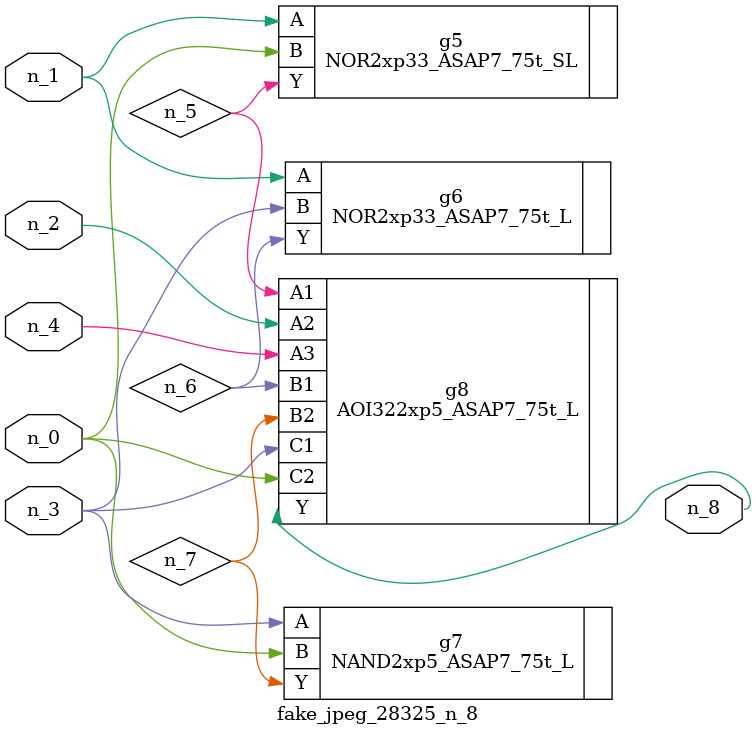
<source format=v>
module fake_jpeg_28325_n_8 (n_3, n_2, n_1, n_0, n_4, n_8);

input n_3;
input n_2;
input n_1;
input n_0;
input n_4;

output n_8;

wire n_6;
wire n_5;
wire n_7;

NOR2xp33_ASAP7_75t_SL g5 ( 
.A(n_1),
.B(n_0),
.Y(n_5)
);

NOR2xp33_ASAP7_75t_L g6 ( 
.A(n_1),
.B(n_3),
.Y(n_6)
);

NAND2xp5_ASAP7_75t_L g7 ( 
.A(n_3),
.B(n_0),
.Y(n_7)
);

AOI322xp5_ASAP7_75t_L g8 ( 
.A1(n_5),
.A2(n_2),
.A3(n_4),
.B1(n_6),
.B2(n_7),
.C1(n_3),
.C2(n_0),
.Y(n_8)
);


endmodule
</source>
